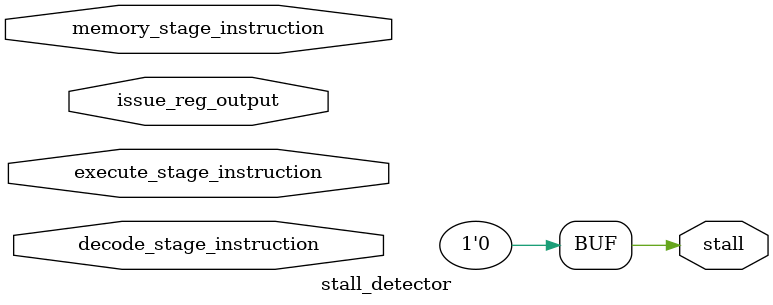
<source format=v>
module stall_detector(output [0:0] stall,
                      input [31:0] issue_reg_output,
                      input [31:0] decode_stage_instruction,
                      input [31:0] execute_stage_instruction,
                      input [31:0] memory_stage_instruction);

   assign stall = 1'b0;

endmodule

</source>
